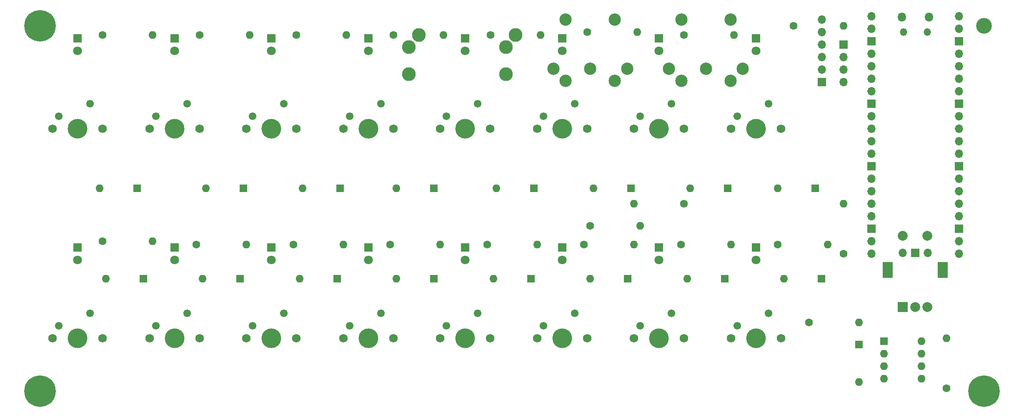
<source format=gbr>
%TF.GenerationSoftware,KiCad,Pcbnew,(6.0.10-0)*%
%TF.CreationDate,2022-12-28T18:35:22+01:00*%
%TF.ProjectId,seeq,73656571-2e6b-4696-9361-645f70636258,rev?*%
%TF.SameCoordinates,Original*%
%TF.FileFunction,Soldermask,Top*%
%TF.FilePolarity,Negative*%
%FSLAX46Y46*%
G04 Gerber Fmt 4.6, Leading zero omitted, Abs format (unit mm)*
G04 Created by KiCad (PCBNEW (6.0.10-0)) date 2022-12-28 18:35:22*
%MOMM*%
%LPD*%
G01*
G04 APERTURE LIST*
%ADD10C,4.000000*%
%ADD11C,1.750000*%
%ADD12C,1.550000*%
%ADD13R,1.600000X1.600000*%
%ADD14O,1.600000X1.600000*%
%ADD15C,1.600000*%
%ADD16R,1.800000X1.800000*%
%ADD17C,1.800000*%
%ADD18C,3.200000*%
%ADD19C,6.400000*%
%ADD20R,1.700000X1.700000*%
%ADD21O,1.700000X1.700000*%
%ADD22R,2.000000X2.000000*%
%ADD23C,2.000000*%
%ADD24R,2.000000X3.200000*%
%ADD25O,1.800000X1.800000*%
%ADD26O,1.500000X1.500000*%
%ADD27C,2.500000*%
%ADD28C,2.800000*%
G04 APERTURE END LIST*
D10*
%TO.C,SW16*%
X182245000Y-93345000D03*
D11*
X177165000Y-93345000D03*
D12*
X184785000Y-88265000D03*
X178435000Y-90805000D03*
D11*
X187325000Y-93345000D03*
%TD*%
D10*
%TO.C,SW15*%
X162560000Y-93345000D03*
D11*
X157480000Y-93345000D03*
D12*
X165100000Y-88265000D03*
X158750000Y-90805000D03*
D11*
X167640000Y-93345000D03*
%TD*%
D10*
%TO.C,SW14*%
X142875000Y-93345000D03*
D11*
X137795000Y-93345000D03*
D12*
X145415000Y-88265000D03*
X139065000Y-90805000D03*
D11*
X147955000Y-93345000D03*
%TD*%
D10*
%TO.C,SW13*%
X123190000Y-93345000D03*
D11*
X118110000Y-93345000D03*
D12*
X125730000Y-88265000D03*
X119380000Y-90805000D03*
D11*
X128270000Y-93345000D03*
%TD*%
D10*
%TO.C,SW12*%
X103505000Y-93345000D03*
D11*
X98425000Y-93345000D03*
D12*
X106045000Y-88265000D03*
X99695000Y-90805000D03*
D11*
X108585000Y-93345000D03*
%TD*%
D10*
%TO.C,SW11*%
X83820000Y-93345000D03*
D11*
X78740000Y-93345000D03*
D12*
X86360000Y-88265000D03*
X80010000Y-90805000D03*
D11*
X88900000Y-93345000D03*
%TD*%
D10*
%TO.C,SW10*%
X64135000Y-93345000D03*
D11*
X59055000Y-93345000D03*
D12*
X66675000Y-88265000D03*
X60325000Y-90805000D03*
D11*
X69215000Y-93345000D03*
%TD*%
D10*
%TO.C,SW9*%
X44450000Y-93345000D03*
D11*
X39370000Y-93345000D03*
D12*
X46990000Y-88265000D03*
X40640000Y-90805000D03*
D11*
X49530000Y-93345000D03*
%TD*%
D10*
%TO.C,SW8*%
X182245000Y-50800000D03*
D11*
X177165000Y-50800000D03*
D12*
X184785000Y-45720000D03*
X178435000Y-48260000D03*
D11*
X187325000Y-50800000D03*
%TD*%
D10*
%TO.C,SW7*%
X162560000Y-50800000D03*
D11*
X157480000Y-50800000D03*
D12*
X165100000Y-45720000D03*
X158750000Y-48260000D03*
D11*
X167640000Y-50800000D03*
%TD*%
D10*
%TO.C,SW6*%
X142875000Y-50800000D03*
D11*
X137795000Y-50800000D03*
D12*
X145415000Y-45720000D03*
X139065000Y-48260000D03*
D11*
X147955000Y-50800000D03*
%TD*%
D10*
%TO.C,SW5*%
X123190000Y-50800000D03*
D11*
X118110000Y-50800000D03*
D12*
X125730000Y-45720000D03*
X119380000Y-48260000D03*
D11*
X128270000Y-50800000D03*
%TD*%
D10*
%TO.C,SW4*%
X103505000Y-50800000D03*
D11*
X98425000Y-50800000D03*
D12*
X106045000Y-45720000D03*
X99695000Y-48260000D03*
D11*
X108585000Y-50800000D03*
%TD*%
D10*
%TO.C,SW3*%
X83820000Y-50800000D03*
D11*
X78740000Y-50800000D03*
D12*
X86360000Y-45720000D03*
X80010000Y-48260000D03*
D11*
X88900000Y-50800000D03*
%TD*%
D10*
%TO.C,SW2*%
X64135000Y-50800000D03*
D11*
X59055000Y-50800000D03*
D12*
X66675000Y-45720000D03*
X60325000Y-48260000D03*
D11*
X69215000Y-50800000D03*
%TD*%
D10*
%TO.C,SW1*%
X44450000Y-50800000D03*
D11*
X39370000Y-50800000D03*
D12*
X46990000Y-45720000D03*
X40640000Y-48260000D03*
D11*
X49530000Y-50800000D03*
%TD*%
D13*
%TO.C,D10*%
X78105000Y-62865000D03*
D14*
X70485000Y-62865000D03*
%TD*%
D15*
%TO.C,R10*%
X88900000Y-31750000D03*
D14*
X99060000Y-31750000D03*
%TD*%
D15*
%TO.C,R16*%
X68580000Y-74295000D03*
D14*
X78740000Y-74295000D03*
%TD*%
D13*
%TO.C,U1*%
X208290000Y-93990000D03*
D14*
X208290000Y-96530000D03*
X208290000Y-99070000D03*
X208290000Y-101610000D03*
X215910000Y-101610000D03*
X215910000Y-99070000D03*
X215910000Y-96530000D03*
X215910000Y-93990000D03*
%TD*%
D13*
%TO.C,D31*%
X175895000Y-81280000D03*
D14*
X168275000Y-81280000D03*
%TD*%
D16*
%TO.C,D24*%
X182245000Y-74925000D03*
D17*
X182245000Y-77465000D03*
%TD*%
D16*
%TO.C,D7*%
X162560000Y-32380000D03*
D17*
X162560000Y-34920000D03*
%TD*%
D13*
%TO.C,D33*%
X203200000Y-94615000D03*
D14*
X203200000Y-102235000D03*
%TD*%
D16*
%TO.C,D1*%
X44450000Y-32380000D03*
D17*
X44450000Y-34920000D03*
%TD*%
D16*
%TO.C,D4*%
X103505000Y-32380000D03*
D17*
X103505000Y-34920000D03*
%TD*%
D18*
%TO.C,H4*%
X228600000Y-29845000D03*
%TD*%
D19*
%TO.C,H2*%
X36830000Y-104140000D03*
%TD*%
D13*
%TO.C,D29*%
X136525000Y-81280000D03*
D14*
X128905000Y-81280000D03*
%TD*%
D15*
%TO.C,R11*%
X167640000Y-31750000D03*
D14*
X177800000Y-31750000D03*
%TD*%
D16*
%TO.C,D23*%
X162560000Y-74925000D03*
D17*
X162560000Y-77465000D03*
%TD*%
D15*
%TO.C,R6*%
X108585000Y-31750000D03*
D14*
X118745000Y-31750000D03*
%TD*%
D16*
%TO.C,D8*%
X182245000Y-32380000D03*
D17*
X182245000Y-34920000D03*
%TD*%
D13*
%TO.C,D9*%
X56515000Y-62865000D03*
D14*
X48895000Y-62865000D03*
%TD*%
D13*
%TO.C,D25*%
X57785000Y-81280000D03*
D14*
X50165000Y-81280000D03*
%TD*%
D15*
%TO.C,R15*%
X147955000Y-31115000D03*
D14*
X158115000Y-31115000D03*
%TD*%
D20*
%TO.C,J4*%
X200025000Y-33655000D03*
D21*
X200025000Y-36195000D03*
X200025000Y-38735000D03*
X200025000Y-41275000D03*
%TD*%
D16*
%TO.C,D21*%
X123190000Y-74925000D03*
D17*
X123190000Y-77465000D03*
%TD*%
D16*
%TO.C,D5*%
X123190000Y-32380000D03*
D17*
X123190000Y-34920000D03*
%TD*%
D13*
%TO.C,D13*%
X137160000Y-62865000D03*
D14*
X129540000Y-62865000D03*
%TD*%
D13*
%TO.C,D16*%
X194310000Y-62865000D03*
D14*
X186690000Y-62865000D03*
%TD*%
D15*
%TO.C,R14*%
X69215000Y-31750000D03*
D14*
X79375000Y-31750000D03*
%TD*%
D13*
%TO.C,D30*%
X156210000Y-81280000D03*
D14*
X148590000Y-81280000D03*
%TD*%
D15*
%TO.C,R13*%
X167005000Y-74295000D03*
D14*
X177165000Y-74295000D03*
%TD*%
D16*
%TO.C,D17*%
X44450000Y-74925000D03*
D17*
X44450000Y-77465000D03*
%TD*%
D13*
%TO.C,D28*%
X116840000Y-81280000D03*
D14*
X109220000Y-81280000D03*
%TD*%
D15*
%TO.C,R17*%
X147320000Y-74295000D03*
D14*
X157480000Y-74295000D03*
%TD*%
D15*
%TO.C,R21*%
X127635000Y-74295000D03*
D14*
X137795000Y-74295000D03*
%TD*%
D19*
%TO.C,H1*%
X228600000Y-104140000D03*
%TD*%
D15*
%TO.C,R2*%
X200025000Y-76200000D03*
D14*
X200025000Y-66040000D03*
%TD*%
D13*
%TO.C,D27*%
X97155000Y-81280000D03*
D14*
X89535000Y-81280000D03*
%TD*%
D15*
%TO.C,R5*%
X148590000Y-70485000D03*
D14*
X158750000Y-70485000D03*
%TD*%
D16*
%TO.C,D2*%
X64135000Y-32380000D03*
D17*
X64135000Y-34920000D03*
%TD*%
D15*
%TO.C,R18*%
X49530000Y-31750000D03*
D14*
X59690000Y-31750000D03*
%TD*%
D15*
%TO.C,R8*%
X107950000Y-74295000D03*
D14*
X118110000Y-74295000D03*
%TD*%
D15*
%TO.C,R7*%
X189865000Y-29845000D03*
D14*
X200025000Y-29845000D03*
%TD*%
D16*
%TO.C,D18*%
X64135000Y-74925000D03*
D17*
X64135000Y-77465000D03*
%TD*%
D15*
%TO.C,R20*%
X49530000Y-73660000D03*
D14*
X59690000Y-73660000D03*
%TD*%
D15*
%TO.C,R1*%
X220980000Y-103505000D03*
D14*
X220980000Y-93345000D03*
%TD*%
D16*
%TO.C,D20*%
X103505000Y-74925000D03*
D17*
X103505000Y-77465000D03*
%TD*%
D13*
%TO.C,D14*%
X156845000Y-62865000D03*
D14*
X149225000Y-62865000D03*
%TD*%
D15*
%TO.C,R3*%
X193040000Y-90170000D03*
D14*
X203200000Y-90170000D03*
%TD*%
D13*
%TO.C,D26*%
X77470000Y-81280000D03*
D14*
X69850000Y-81280000D03*
%TD*%
D13*
%TO.C,D32*%
X195580000Y-81280000D03*
D14*
X187960000Y-81280000D03*
%TD*%
D16*
%TO.C,D22*%
X142875000Y-74925000D03*
D17*
X142875000Y-77465000D03*
%TD*%
D19*
%TO.C,H3*%
X36830000Y-29845000D03*
%TD*%
D16*
%TO.C,D3*%
X83820000Y-32380000D03*
D17*
X83820000Y-34920000D03*
%TD*%
D16*
%TO.C,D19*%
X83820000Y-74925000D03*
D17*
X83820000Y-77465000D03*
%TD*%
D22*
%TO.C,SW17*%
X212090000Y-86995000D03*
D23*
X217090000Y-86995000D03*
X214590000Y-86995000D03*
D24*
X208990000Y-79495000D03*
X220190000Y-79495000D03*
D23*
X217090000Y-72495000D03*
X212090000Y-72495000D03*
%TD*%
D16*
%TO.C,D6*%
X142875000Y-32380000D03*
D17*
X142875000Y-34920000D03*
%TD*%
D15*
%TO.C,R4*%
X167640000Y-66040000D03*
D14*
X157480000Y-66040000D03*
%TD*%
D15*
%TO.C,R19*%
X128370000Y-31760000D03*
D14*
X138530000Y-31760000D03*
%TD*%
D15*
%TO.C,R12*%
X88265000Y-74295000D03*
D14*
X98425000Y-74295000D03*
%TD*%
D13*
%TO.C,D15*%
X176530000Y-62865000D03*
D14*
X168910000Y-62865000D03*
%TD*%
D13*
%TO.C,D12*%
X116840000Y-62865000D03*
D14*
X109220000Y-62865000D03*
%TD*%
D15*
%TO.C,R9*%
X186690000Y-74295000D03*
D14*
X196850000Y-74295000D03*
%TD*%
D13*
%TO.C,D11*%
X97790000Y-62865000D03*
D14*
X90170000Y-62865000D03*
%TD*%
D25*
%TO.C,U2*%
X217355000Y-28070000D03*
D26*
X217055000Y-31100000D03*
D25*
X211905000Y-28070000D03*
D26*
X212205000Y-31100000D03*
D21*
X223520000Y-27940000D03*
X223520000Y-30480000D03*
D20*
X223520000Y-33020000D03*
D21*
X223520000Y-35560000D03*
X223520000Y-38100000D03*
X223520000Y-40640000D03*
X223520000Y-43180000D03*
D20*
X223520000Y-45720000D03*
D21*
X223520000Y-48260000D03*
X223520000Y-50800000D03*
X223520000Y-53340000D03*
X223520000Y-55880000D03*
D20*
X223520000Y-58420000D03*
D21*
X223520000Y-60960000D03*
X223520000Y-63500000D03*
X223520000Y-66040000D03*
X223520000Y-68580000D03*
D20*
X223520000Y-71120000D03*
D21*
X223520000Y-73660000D03*
X223520000Y-76200000D03*
X205740000Y-76200000D03*
X205740000Y-73660000D03*
D20*
X205740000Y-71120000D03*
D21*
X205740000Y-68580000D03*
X205740000Y-66040000D03*
X205740000Y-63500000D03*
X205740000Y-60960000D03*
D20*
X205740000Y-58420000D03*
D21*
X205740000Y-55880000D03*
X205740000Y-53340000D03*
X205740000Y-50800000D03*
X205740000Y-48260000D03*
D20*
X205740000Y-45720000D03*
D21*
X205740000Y-43180000D03*
X205740000Y-40640000D03*
X205740000Y-38100000D03*
X205740000Y-35560000D03*
D20*
X205740000Y-33020000D03*
D21*
X205740000Y-30480000D03*
X205740000Y-27940000D03*
X217170000Y-75970000D03*
D20*
X214630000Y-75970000D03*
D21*
X212090000Y-75970000D03*
%TD*%
D27*
%TO.C,J6*%
X156090000Y-38560000D03*
X148590000Y-38560000D03*
X141090000Y-38560000D03*
X153590000Y-41060000D03*
X143590000Y-41060000D03*
X143590000Y-28560000D03*
X153590000Y-28560000D03*
%TD*%
D28*
%TO.C,J2*%
X131450000Y-39660000D03*
X133450000Y-31760000D03*
X131450000Y-34160000D03*
%TD*%
D20*
%TO.C,J3*%
X195605000Y-41245000D03*
D21*
X195605000Y-38705000D03*
X195605000Y-36165000D03*
X195605000Y-33625000D03*
X195605000Y-31085000D03*
X195605000Y-28545000D03*
%TD*%
D27*
%TO.C,J1*%
X179585000Y-38560000D03*
X172085000Y-38560000D03*
X164585000Y-38560000D03*
X177085000Y-41060000D03*
X167085000Y-41060000D03*
X177085000Y-28560000D03*
X167085000Y-28560000D03*
%TD*%
D28*
%TO.C,J5*%
X111765000Y-39660000D03*
X113765000Y-31760000D03*
X111765000Y-34160000D03*
%TD*%
M02*

</source>
